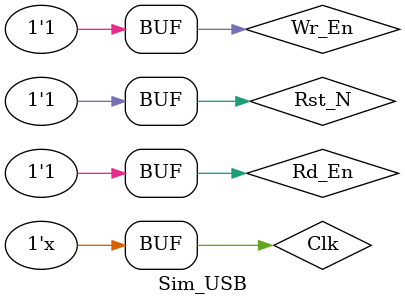
<source format=v>
`timescale 1ns / 1ps


module Sim_USB;
	reg Clk;
	reg Rst_N;
	reg Rd_En;
    reg Wr_En;


	localparam   [15:0] DATA_2_EXFIFO = 16'h55aa;
	wire [15:0] 	Fifo_Qout;
	wire			Fifo_Empty;
	 
 	initial begin
		Clk = 0;
		Rst_N = 0;
		Wr_En = 0;
		Rd_En = 0;
		#100;
		Rst_N = 1;
		#60;
		Wr_En = 1;

		#40
		Rd_En = 1;
	end


always @ (*) //50MHz 20ns
  begin
    #10
    Clk <= ~Clk;
  end   

 Ex_Fifo Ex_Fifo_Inst(
    // Inputs
    .din(DATA_2_EXFIFO),
    .clk(Clk),
    .rd_en(Rd_En),
    .rst(~Rst_N),
    .wr_en(Wr_En),
    // Outputs
    .empty(Fifo_Empty),
    .full(),
    .dout(Fifo_Qout)
  );

endmodule

</source>
